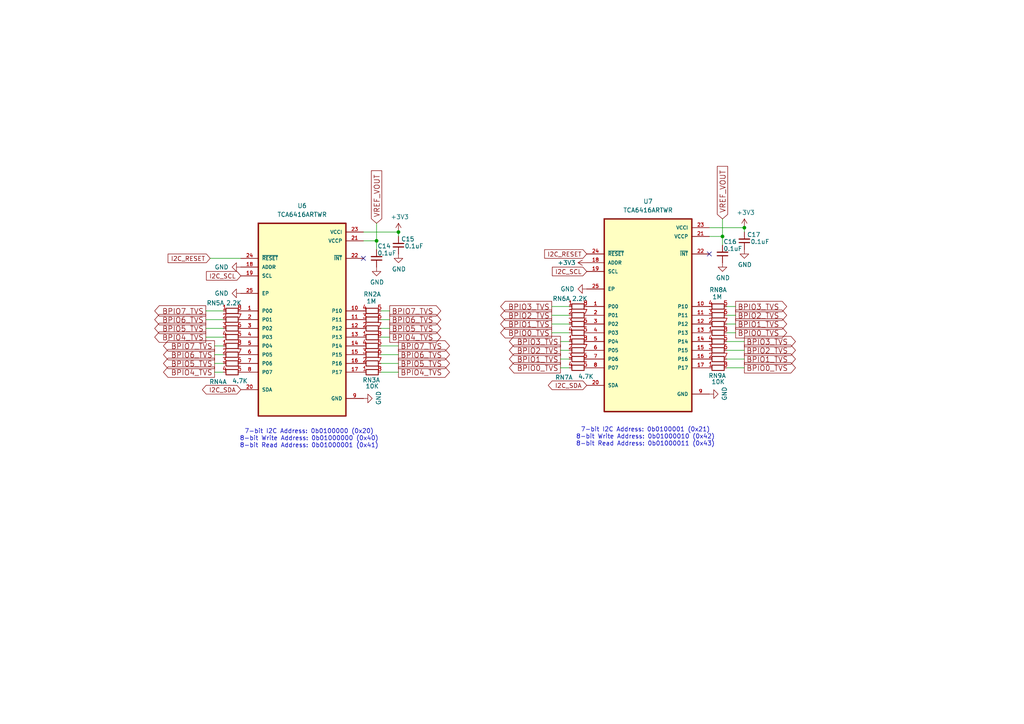
<source format=kicad_sch>
(kicad_sch (version 20231120) (generator "eeschema") (generator_version "8.0")
  (paper "A4")
  (lib_symbols
    (symbol "BusPirate-5-rev10-rescue:+3.3V-power" (power) (pin_names (offset 0))
      (property "Value" "+3.3V-power" (at 0 3.556 0))
      (symbol "+3.3V-power_0_1"
        (polyline (pts (xy -0.762 1.27) (xy 0 2.54)))
        (polyline (pts (xy 0 0) (xy 0 2.54)))
        (polyline (pts (xy 0 2.54) (xy 0.762 1.27)))
      )
      (symbol "+3.3V-power_1_1"
        (pin power_in line (at 0 0 90) (length 0) hide (name "+3V3") (number "1"))
      )
    )
    (symbol "Device:C_Small" (pin_numbers hide) (pin_names (offset 0.254) hide)
      (property "Reference" "C" (at 0.254 1.778 0))
      (property "Value" "C_Small" (at 0.254 -2.032 0))
      (symbol "C_Small_0_1"
        (polyline (pts (xy -1.524 -0.508) (xy 1.524 -0.508)) (stroke (width 0.3302)))
        (polyline (pts (xy -1.524 0.508) (xy 1.524 0.508)) (stroke (width 0.3048)))
      )
      (symbol "C_Small_1_1"
        (pin passive line (at 0 2.54 270) (length 2.032) (name "~") (number "1"))
        (pin passive line (at 0 -2.54 90) (length 2.032) (name "~") (number "2"))
      )
    )
    (symbol "TCA6416RTWT:TCA6416RTWT" (pin_names (offset 1.016))
      (property "Reference" "U" (at -12.7 28.94 0))
      (property "Value" "TCA6416RTWT" (at -12.7 -31.94 0))
      (symbol "TCA6416RTWT_0_0"
        (rectangle (start -12.7 -27.94) (end 12.7 27.94) (stroke (width 0.41)) (fill (type background)))
        (pin bidirectional line (at -17.78 2.54 0) (length 5.08) (name "P00") (number "1"))
        (pin bidirectional line (at 17.78 2.54 180) (length 5.08) (name "P10") (number "10"))
        (pin bidirectional line (at 17.78 0 180) (length 5.08) (name "P11") (number "11"))
        (pin bidirectional line (at 17.78 -2.54 180) (length 5.08) (name "P12") (number "12"))
        (pin bidirectional line (at 17.78 -5.08 180) (length 5.08) (name "P13") (number "13"))
        (pin bidirectional line (at 17.78 -7.62 180) (length 5.08) (name "P14") (number "14"))
        (pin bidirectional line (at 17.78 -10.16 180) (length 5.08) (name "P15") (number "15"))
        (pin bidirectional line (at 17.78 -12.7 180) (length 5.08) (name "P16") (number "16"))
        (pin bidirectional line (at 17.78 -15.24 180) (length 5.08) (name "P17") (number "17"))
        (pin input line (at -17.78 15.24 0) (length 5.08) (name "ADDR") (number "18"))
        (pin input line (at -17.78 12.7 0) (length 5.08) (name "SCL") (number "19"))
        (pin bidirectional line (at -17.78 0 0) (length 5.08) (name "P01") (number "2"))
        (pin bidirectional line (at -17.78 -20.32 0) (length 5.08) (name "SDA") (number "20"))
        (pin power_in line (at 17.78 22.86 180) (length 5.08) (name "VCCP") (number "21"))
        (pin output line (at 17.78 17.78 180) (length 5.08) (name "~{INT}") (number "22"))
        (pin power_in line (at 17.78 25.4 180) (length 5.08) (name "VCCI") (number "23"))
        (pin input line (at -17.78 17.78 0) (length 5.08) (name "~{RESET}") (number "24"))
        (pin bidirectional line (at -17.78 7.62 0) (length 5.08) (name "EP") (number "25"))
        (pin bidirectional line (at -17.78 -2.54 0) (length 5.08) (name "P02") (number "3"))
        (pin bidirectional line (at -17.78 -5.08 0) (length 5.08) (name "P03") (number "4"))
        (pin bidirectional line (at -17.78 -7.62 0) (length 5.08) (name "P04") (number "5"))
        (pin bidirectional line (at -17.78 -10.16 0) (length 5.08) (name "P05") (number "6"))
        (pin bidirectional line (at -17.78 -12.7 0) (length 5.08) (name "P06") (number "7"))
        (pin bidirectional line (at -17.78 -15.24 0) (length 5.08) (name "P07") (number "8"))
        (pin power_in line (at 17.78 -22.86 180) (length 5.08) (name "GND") (number "9"))
      )
    )
    (symbol "dp-rarray:R_Array" (pin_names (offset 0) hide)
      (property "Reference" "RN" (at 2.286 0.762 0))
      (property "Value" "R_Array" (at 4.572 -0.762 0))
      (symbol "R_Array_0_1"
        (rectangle (start 0.762 1.778) (end -0.762 -1.778) (stroke (width 0.254)))
      )
      (symbol "R_Array_1_1"
        (pin passive line (at 0 2.54 270) (length 0.762) (name "R1.1") (number "1"))
        (pin passive line (at 0 -2.54 90) (length 0.762) (name "R1.8") (number "8"))
      )
      (symbol "R_Array_2_1"
        (pin passive line (at 0 2.54 270) (length 0.762) (name "R1.1") (number "2"))
        (pin passive line (at 0 -2.54 90) (length 0.762) (name "R1.8") (number "7"))
      )
      (symbol "R_Array_3_1"
        (pin passive line (at 0 2.54 270) (length 0.762) (name "R1.1") (number "3"))
        (pin passive line (at 0 -2.54 90) (length 0.762) (name "R1.8") (number "6"))
      )
      (symbol "R_Array_4_1"
        (pin passive line (at 0 2.54 270) (length 0.762) (name "R1.1") (number "4"))
        (pin passive line (at 0 -2.54 90) (length 0.762) (name "R1.8") (number "5"))
      )
    )
    (symbol "power:GND" (power) (pin_names (offset 0))
      (property "Value" "GND" (at 0 -3.81 0))
      (symbol "GND_0_1"
        (polyline (pts (xy 0 0) (xy 0 -1.27) (xy 1.27 -1.27) (xy 0 -2.54) (xy -1.27 -1.27) (xy 0 -1.27)))
      )
      (symbol "GND_1_1"
        (pin power_in line (at 0 0 270) (length 0) hide (name "GND") (number "1"))
      )
    )
  )
  (junction (at 115.57 67.31))
  (junction (at 215.9 66.04))
  (junction (at 209.55 68.58))
  (junction (at 109.22 69.85))
  (no_connect (at 205.74 73.66))
  (no_connect (at 105.41 74.93))
  (wire (pts (xy 210.82 96.52) (xy 213.36 96.52)))
  (wire (pts (xy 110.49 90.17) (xy 113.03 90.17)))
  (wire (pts (xy 64.77 100.33) (xy 62.23 100.33)))
  (wire (pts (xy 165.1 106.68) (xy 162.56 106.68)))
  (wire (pts (xy 105.41 69.85) (xy 109.22 69.85)))
  (wire (pts (xy 64.77 107.95) (xy 62.23 107.95)))
  (wire (pts (xy 64.77 105.41) (xy 62.23 105.41)))
  (wire (pts (xy 205.74 66.04) (xy 215.9 66.04)))
  (wire (pts (xy 110.49 105.41) (xy 115.57 105.41)))
  (wire (pts (xy 109.22 69.85) (xy 109.22 72.39)))
  (wire (pts (xy 110.49 107.95) (xy 115.57 107.95)))
  (wire (pts (xy 110.49 97.79) (xy 113.03 97.79)))
  (wire (pts (xy 165.1 93.98) (xy 160.02 93.98)))
  (wire (pts (xy 64.77 90.17) (xy 59.69 90.17)))
  (wire (pts (xy 64.77 92.71) (xy 59.69 92.71)))
  (wire (pts (xy 109.22 64.77) (xy 109.22 69.85)))
  (wire (pts (xy 209.55 68.58) (xy 209.55 71.12)))
  (wire (pts (xy 105.41 67.31) (xy 115.57 67.31)))
  (wire (pts (xy 165.1 91.44) (xy 160.02 91.44)))
  (wire (pts (xy 165.1 96.52) (xy 160.02 96.52)))
  (wire (pts (xy 110.49 92.71) (xy 113.03 92.71)))
  (wire (pts (xy 64.77 102.87) (xy 62.23 102.87)))
  (wire (pts (xy 210.82 104.14) (xy 215.9 104.14)))
  (wire (pts (xy 115.57 67.31) (xy 115.57 68.58)))
  (wire (pts (xy 165.1 88.9) (xy 160.02 88.9)))
  (wire (pts (xy 210.82 88.9) (xy 213.36 88.9)))
  (wire (pts (xy 110.49 102.87) (xy 115.57 102.87)))
  (wire (pts (xy 205.74 68.58) (xy 209.55 68.58)))
  (wire (pts (xy 210.82 91.44) (xy 213.36 91.44)))
  (wire (pts (xy 210.82 99.06) (xy 215.9 99.06)))
  (wire (pts (xy 165.1 101.6) (xy 162.56 101.6)))
  (wire (pts (xy 165.1 104.14) (xy 162.56 104.14)))
  (wire (pts (xy 60.96 74.93) (xy 69.85 74.93)))
  (wire (pts (xy 64.77 95.25) (xy 59.69 95.25)))
  (wire (pts (xy 64.77 97.79) (xy 59.69 97.79)))
  (wire (pts (xy 215.9 66.04) (xy 215.9 67.31)))
  (wire (pts (xy 210.82 106.68) (xy 215.9 106.68)))
  (wire (pts (xy 209.55 63.5) (xy 209.55 68.58)))
  (wire (pts (xy 110.49 95.25) (xy 113.03 95.25)))
  (wire (pts (xy 165.1 99.06) (xy 162.56 99.06)))
  (wire (pts (xy 210.82 93.98) (xy 213.36 93.98)))
  (wire (pts (xy 210.82 101.6) (xy 215.9 101.6)))
  (wire (pts (xy 110.49 100.33) (xy 115.57 100.33)))
  (text "7-bit I2C Address: 0b0100000 (0x20)\n8-bit Write Address: 0b01000000 (0x40)\n8-bit Read Address: 0b01000001 (0x41)" (at 89.662 127.254 0) (effects (font (size 1.27 1.27))))
  (text "7-bit I2C Address: 0b0100001 (0x21)\n8-bit Write Address: 0b01000010 (0x42)\n8-bit Read Address: 0b01000011 (0x43)" (at 187.198 126.746 0) (effects (font (size 1.27 1.27))))
  (global_label "BPIO3_TVS" (shape output) (at 160.02 88.9 180) (effects (font (size 1.524 1.524))) (property "Intersheetrefs" "${INTERSHEET_REFS}" (effects (hide yes))))
  (global_label "BPIO7_TVS" (shape output) (at 62.23 100.33 180) (effects (font (size 1.524 1.524))) (property "Intersheetrefs" "${INTERSHEET_REFS}" (effects (hide yes))))
  (global_label "BPIO5_TVS" (shape output) (at 62.23 105.41 180) (effects (font (size 1.524 1.524))) (property "Intersheetrefs" "${INTERSHEET_REFS}" (effects (hide yes))))
  (global_label "BPIO5_TVS" (shape output) (at 113.03 95.25 0) (effects (font (size 1.524 1.524))) (property "Intersheetrefs" "${INTERSHEET_REFS}" (effects (hide yes))))
  (global_label "I2C_SCL" (shape input) (at 69.85 80.01 180) (property "Intersheetrefs" "${INTERSHEET_REFS}" (effects (hide yes))))
  (global_label "BPIO0_TVS" (shape output) (at 213.36 96.52 0) (effects (font (size 1.524 1.524))) (property "Intersheetrefs" "${INTERSHEET_REFS}" (effects (hide yes))))
  (global_label "BPIO0_TVS" (shape output) (at 162.56 106.68 180) (effects (font (size 1.524 1.524))) (property "Intersheetrefs" "${INTERSHEET_REFS}" (effects (hide yes))))
  (global_label "BPIO4_TVS" (shape output) (at 59.69 97.79 180) (effects (font (size 1.524 1.524))) (property "Intersheetrefs" "${INTERSHEET_REFS}" (effects (hide yes))))
  (global_label "I2C_RESET" (shape input) (at 60.96 74.93 180) (property "Intersheetrefs" "${INTERSHEET_REFS}" (effects (hide yes))))
  (global_label "BPIO4_TVS" (shape output) (at 115.57 107.95 0) (effects (font (size 1.524 1.524))) (property "Intersheetrefs" "${INTERSHEET_REFS}" (effects (hide yes))))
  (global_label "BPIO6_TVS" (shape output) (at 62.23 102.87 180) (effects (font (size 1.524 1.524))) (property "Intersheetrefs" "${INTERSHEET_REFS}" (effects (hide yes))))
  (global_label "BPIO5_TVS" (shape output) (at 59.69 95.25 180) (effects (font (size 1.524 1.524))) (property "Intersheetrefs" "${INTERSHEET_REFS}" (effects (hide yes))))
  (global_label "BPIO6_TVS" (shape output) (at 113.03 92.71 0) (effects (font (size 1.524 1.524))) (property "Intersheetrefs" "${INTERSHEET_REFS}" (effects (hide yes))))
  (global_label "BPIO3_TVS" (shape output) (at 215.9 99.06 0) (effects (font (size 1.524 1.524))) (property "Intersheetrefs" "${INTERSHEET_REFS}" (effects (hide yes))))
  (global_label "BPIO1_TVS" (shape output) (at 215.9 104.14 0) (effects (font (size 1.524 1.524))) (property "Intersheetrefs" "${INTERSHEET_REFS}" (effects (hide yes))))
  (global_label "I2C_SDA" (shape bidirectional) (at 69.85 113.03 180) (property "Intersheetrefs" "${INTERSHEET_REFS}" (effects (hide yes))))
  (global_label "BPIO7_TVS" (shape output) (at 113.03 90.17 0) (effects (font (size 1.524 1.524))) (property "Intersheetrefs" "${INTERSHEET_REFS}" (effects (hide yes))))
  (global_label "VREF_VOUT" (shape input) (at 109.22 64.77 90) (effects (font (size 1.524 1.524))) (property "Intersheetrefs" "${INTERSHEET_REFS}" (effects (hide yes))))
  (global_label "BPIO7_TVS" (shape output) (at 115.57 100.33 0) (effects (font (size 1.524 1.524))) (property "Intersheetrefs" "${INTERSHEET_REFS}" (effects (hide yes))))
  (global_label "I2C_RESET" (shape input) (at 170.18 73.66 180) (property "Intersheetrefs" "${INTERSHEET_REFS}" (effects (hide yes))))
  (global_label "BPIO0_TVS" (shape output) (at 160.02 96.52 180) (effects (font (size 1.524 1.524))) (property "Intersheetrefs" "${INTERSHEET_REFS}" (effects (hide yes))))
  (global_label "BPIO1_TVS" (shape output) (at 213.36 93.98 0) (effects (font (size 1.524 1.524))) (property "Intersheetrefs" "${INTERSHEET_REFS}" (effects (hide yes))))
  (global_label "BPIO1_TVS" (shape output) (at 162.56 104.14 180) (effects (font (size 1.524 1.524))) (property "Intersheetrefs" "${INTERSHEET_REFS}" (effects (hide yes))))
  (global_label "BPIO4_TVS" (shape output) (at 62.23 107.95 180) (effects (font (size 1.524 1.524))) (property "Intersheetrefs" "${INTERSHEET_REFS}" (effects (hide yes))))
  (global_label "BPIO2_TVS" (shape output) (at 213.36 91.44 0) (effects (font (size 1.524 1.524))) (property "Intersheetrefs" "${INTERSHEET_REFS}" (effects (hide yes))))
  (global_label "BPIO3_TVS" (shape output) (at 213.36 88.9 0) (effects (font (size 1.524 1.524))) (property "Intersheetrefs" "${INTERSHEET_REFS}" (effects (hide yes))))
  (global_label "BPIO2_TVS" (shape output) (at 160.02 91.44 180) (effects (font (size 1.524 1.524))) (property "Intersheetrefs" "${INTERSHEET_REFS}" (effects (hide yes))))
  (global_label "BPIO0_TVS" (shape output) (at 215.9 106.68 0) (effects (font (size 1.524 1.524))) (property "Intersheetrefs" "${INTERSHEET_REFS}" (effects (hide yes))))
  (global_label "BPIO7_TVS" (shape output) (at 59.69 90.17 180) (effects (font (size 1.524 1.524))) (property "Intersheetrefs" "${INTERSHEET_REFS}" (effects (hide yes))))
  (global_label "BPIO3_TVS" (shape output) (at 162.56 99.06 180) (effects (font (size 1.524 1.524))) (property "Intersheetrefs" "${INTERSHEET_REFS}" (effects (hide yes))))
  (global_label "BPIO5_TVS" (shape output) (at 115.57 105.41 0) (effects (font (size 1.524 1.524))) (property "Intersheetrefs" "${INTERSHEET_REFS}" (effects (hide yes))))
  (global_label "I2C_SCL" (shape input) (at 170.18 78.74 180) (property "Intersheetrefs" "${INTERSHEET_REFS}" (effects (hide yes))))
  (global_label "BPIO6_TVS" (shape output) (at 59.69 92.71 180) (effects (font (size 1.524 1.524))) (property "Intersheetrefs" "${INTERSHEET_REFS}" (effects (hide yes))))
  (global_label "I2C_SDA" (shape bidirectional) (at 170.18 111.76 180) (property "Intersheetrefs" "${INTERSHEET_REFS}" (effects (hide yes))))
  (global_label "VREF_VOUT" (shape input) (at 209.55 63.5 90) (effects (font (size 1.524 1.524))) (property "Intersheetrefs" "${INTERSHEET_REFS}" (effects (hide yes))))
  (global_label "BPIO4_TVS" (shape output) (at 113.03 97.79 0) (effects (font (size 1.524 1.524))) (property "Intersheetrefs" "${INTERSHEET_REFS}" (effects (hide yes))))
  (global_label "BPIO2_TVS" (shape output) (at 215.9 101.6 0) (effects (font (size 1.524 1.524))) (property "Intersheetrefs" "${INTERSHEET_REFS}" (effects (hide yes))))
  (global_label "BPIO2_TVS" (shape output) (at 162.56 101.6 180) (effects (font (size 1.524 1.524))) (property "Intersheetrefs" "${INTERSHEET_REFS}" (effects (hide yes))))
  (global_label "BPIO1_TVS" (shape output) (at 160.02 93.98 180) (effects (font (size 1.524 1.524))) (property "Intersheetrefs" "${INTERSHEET_REFS}" (effects (hide yes))))
  (global_label "BPIO6_TVS" (shape output) (at 115.57 102.87 0) (effects (font (size 1.524 1.524))) (property "Intersheetrefs" "${INTERSHEET_REFS}" (effects (hide yes))))
  (symbol (lib_id "dp-rarray:R_Array") (at 67.31 95.25 90) (unit 3)
    (property "Reference" "RN5" (effects (hide yes)))
    (property "Value" "2.2K" (effects (hide yes)))
    (property "Footprint" "Resistor_SMD:R_Array_Convex_4x0402" (effects (hide yes)))
    (property "Datasheet" "http://www.vishay.com/docs/31509/csc.pdf" (effects (hide yes)))
    (property "RMB" "0.034572" (effects (hide yes)))
    (property "Supplier" "https://item.szlcsc.com/45893.html" (effects (hide yes)))
  )
  (symbol (lib_id "dp-rarray:R_Array") (at 167.64 99.06 90) (unit 1)
    (property "Reference" "RN7" (at 163.576 109.474 90))
    (property "Value" "4.7K" (effects (hide yes)))
    (property "Footprint" "Resistor_SMD:R_Array_Convex_4x0402" (effects (hide yes)))
    (property "Datasheet" "http://www.vishay.com/docs/31509/csc.pdf" (effects (hide yes)))
    (property "RMB" "0.034572" (effects (hide yes)))
    (property "Supplier" "https://item.szlcsc.com/45893.html" (effects (hide yes)))
  )
  (symbol (lib_id "dp-rarray:R_Array") (at 107.95 95.25 90) (mirror x) (unit 2)
    (property "Reference" "RN2" (effects (hide yes)))
    (property "Value" "1M" (effects (hide yes)))
    (property "Footprint" "Resistor_SMD:R_Array_Convex_4x0402" (effects (hide yes)))
    (property "Datasheet" "http://www.vishay.com/docs/31509/csc.pdf" (effects (hide yes)))
    (property "RMB" "0.034572" (effects (hide yes)))
    (property "Supplier" "https://item.szlcsc.com/45893.html" (effects (hide yes)))
  )
  (symbol (lib_id "power:GND") (at 69.85 77.47 270) (unit 1)
    (property "Reference" "#PWR057" (effects (hide yes)))
    (property "Value" "GND" (at 64.262 77.47 90))
  )
  (symbol (lib_id "dp-rarray:R_Array") (at 107.95 102.87 90) (mirror x) (unit 3)
    (property "Reference" "RN3" (effects (hide yes)))
    (property "Value" "10K" (effects (hide yes)))
    (property "Footprint" "Resistor_SMD:R_Array_Convex_4x0402" (effects (hide yes)))
    (property "Datasheet" "http://www.vishay.com/docs/31509/csc.pdf" (effects (hide yes)))
    (property "RMB" "0.034572" (effects (hide yes)))
    (property "Supplier" "https://item.szlcsc.com/45893.html" (effects (hide yes)))
  )
  (symbol (lib_id "dp-rarray:R_Array") (at 208.28 91.44 90) (mirror x) (unit 3)
    (property "Reference" "RN8" (effects (hide yes)))
    (property "Value" "1M" (effects (hide yes)))
    (property "Footprint" "Resistor_SMD:R_Array_Convex_4x0402" (effects (hide yes)))
    (property "Datasheet" "http://www.vishay.com/docs/31509/csc.pdf" (effects (hide yes)))
    (property "RMB" "0.034572" (effects (hide yes)))
    (property "Supplier" "https://item.szlcsc.com/45893.html" (effects (hide yes)))
  )
  (symbol (lib_id "TCA6416RTWT:TCA6416RTWT") (at 87.63 92.71 0) (unit 1)
    (property "Reference" "U6" (at 87.63 59.69 0))
    (property "Value" "TCA6416ARTWR" (at 87.63 62.23 0))
    (property "Footprint" "Package_DFN_QFN:QFN-24-1EP_4x4mm_P0.5mm_EP2.75x2.75mm" (effects (hide yes)))
    (property "Description" "Low-voltage 16-bit I2C & SMBus I/O expander with interrupt output, reset & config registers 24-WQFN -40 to 85" (effects (hide yes)))
    (property "MF" "Texas Instruments" (effects (hide yes)))
    (property "Package" "WQFN-24 Texas Instruments" (effects (hide yes)))
    (property "Price" "None" (effects (hide yes)))
    (property "SnapEDA_Link" "https://www.snapeda.com/parts/TCA6416RTWT/Texas+Instruments/view-part/?ref=snap" (effects (hide yes)))
    (property "MP" "TCA6416RTWT" (effects (hide yes)))
    (property "Availability" "In Stock" (effects (hide yes)))
    (property "Check_prices" "https://www.snapeda.com/parts/TCA6416RTWT/Texas+Instruments/view-part/?ref=eda" (effects (hide yes)))
  )
  (symbol (lib_id "dp-rarray:R_Array") (at 67.31 102.87 90) (unit 2)
    (property "Reference" "RN4" (effects (hide yes)))
    (property "Value" "4.7K" (effects (hide yes)))
    (property "Footprint" "Resistor_SMD:R_Array_Convex_4x0402" (effects (hide yes)))
    (property "Datasheet" "http://www.vishay.com/docs/31509/csc.pdf" (effects (hide yes)))
    (property "RMB" "0.034572" (effects (hide yes)))
    (property "Supplier" "https://item.szlcsc.com/45893.html" (effects (hide yes)))
  )
  (symbol (lib_id "power:GND") (at 69.85 85.09 270) (unit 1)
    (property "Reference" "#PWR0150" (effects (hide yes)))
    (property "Value" "GND" (at 64.262 85.09 90))
  )
  (symbol (lib_id "power:GND") (at 215.9 72.39 0) (unit 1)
    (property "Reference" "#PWR062" (effects (hide yes)))
    (property "Value" "GND" (at 216.027 76.7842 0))
  )
  (symbol (lib_id "power:GND") (at 105.41 115.57 90) (unit 1)
    (property "Reference" "#PWR056" (effects (hide yes)))
    (property "Value" "GND" (at 109.8042 115.443 0))
  )
  (symbol (lib_id "dp-rarray:R_Array") (at 107.95 90.17 90) (mirror x) (unit 4)
    (property "Reference" "RN2" (effects (hide yes)))
    (property "Value" "1M" (at 107.696 87.376 90))
    (property "Footprint" "Resistor_SMD:R_Array_Convex_4x0402" (effects (hide yes)))
    (property "Datasheet" "http://www.vishay.com/docs/31509/csc.pdf" (effects (hide yes)))
    (property "RMB" "0.034572" (effects (hide yes)))
    (property "Supplier" "https://item.szlcsc.com/45893.html" (effects (hide yes)))
  )
  (symbol (lib_id "power:GND") (at 205.74 114.3 90) (unit 1)
    (property "Reference" "#PWR059" (effects (hide yes)))
    (property "Value" "GND" (at 210.1342 114.173 0))
  )
  (symbol (lib_id "dp-rarray:R_Array") (at 167.64 104.14 90) (unit 3)
    (property "Reference" "RN7" (effects (hide yes)))
    (property "Value" "4.7K" (effects (hide yes)))
    (property "Footprint" "Resistor_SMD:R_Array_Convex_4x0402" (effects (hide yes)))
    (property "Datasheet" "http://www.vishay.com/docs/31509/csc.pdf" (effects (hide yes)))
    (property "RMB" "0.034572" (effects (hide yes)))
    (property "Supplier" "https://item.szlcsc.com/45893.html" (effects (hide yes)))
  )
  (symbol (lib_id "Device:C_Small") (at 215.9 69.85 180) (unit 1)
    (property "Reference" "C17" (at 216.662 68.072 0) (effects (justify right)))
    (property "Value" "0.1uF" (at 217.678 70.104 0) (effects (justify right)))
    (property "Footprint" "Capacitor_SMD:C_0402_1005Metric" (effects (hide yes)))
  )
  (symbol (lib_id "BusPirate-5-rev10-rescue:+3.3V-power") (at 170.18 76.2 90) (unit 1)
    (property "Reference" "#PWR058" (effects (hide yes)))
    (property "Value" "+3V3" (at 164.338 76.2 90))
  )
  (symbol (lib_id "BusPirate-5-rev10-rescue:+3.3V-power") (at 215.9 66.04 0) (unit 1)
    (property "Reference" "#PWR061" (effects (hide yes)))
    (property "Value" "+3V3" (at 216.281 61.6458 0))
  )
  (symbol (lib_id "dp-rarray:R_Array") (at 67.31 97.79 90) (unit 4)
    (property "Reference" "RN5" (effects (hide yes)))
    (property "Value" "2.2K" (effects (hide yes)))
    (property "Footprint" "Resistor_SMD:R_Array_Convex_4x0402" (effects (hide yes)))
    (property "Datasheet" "http://www.vishay.com/docs/31509/csc.pdf" (effects (hide yes)))
    (property "RMB" "0.034572" (effects (hide yes)))
    (property "Supplier" "https://item.szlcsc.com/45893.html" (effects (hide yes)))
  )
  (symbol (lib_id "dp-rarray:R_Array") (at 67.31 92.71 90) (unit 2)
    (property "Reference" "RN5" (effects (hide yes)))
    (property "Value" "2.2K" (effects (hide yes)))
    (property "Footprint" "Resistor_SMD:R_Array_Convex_4x0402" (effects (hide yes)))
    (property "Datasheet" "http://www.vishay.com/docs/31509/csc.pdf" (effects (hide yes)))
    (property "RMB" "0.034572" (effects (hide yes)))
    (property "Supplier" "https://item.szlcsc.com/45893.html" (effects (hide yes)))
  )
  (symbol (lib_id "dp-rarray:R_Array") (at 107.95 92.71 90) (mirror x) (unit 3)
    (property "Reference" "RN2" (effects (hide yes)))
    (property "Value" "1M" (effects (hide yes)))
    (property "Footprint" "Resistor_SMD:R_Array_Convex_4x0402" (effects (hide yes)))
    (property "Datasheet" "http://www.vishay.com/docs/31509/csc.pdf" (effects (hide yes)))
    (property "RMB" "0.034572" (effects (hide yes)))
    (property "Supplier" "https://item.szlcsc.com/45893.html" (effects (hide yes)))
  )
  (symbol (lib_id "dp-rarray:R_Array") (at 167.64 91.44 90) (unit 2)
    (property "Reference" "RN6" (effects (hide yes)))
    (property "Value" "2.2K" (effects (hide yes)))
    (property "Footprint" "Resistor_SMD:R_Array_Convex_4x0402" (effects (hide yes)))
    (property "Datasheet" "http://www.vishay.com/docs/31509/csc.pdf" (effects (hide yes)))
    (property "RMB" "0.034572" (effects (hide yes)))
    (property "Supplier" "https://item.szlcsc.com/45893.html" (effects (hide yes)))
  )
  (symbol (lib_id "dp-rarray:R_Array") (at 208.28 104.14 90) (mirror x) (unit 2)
    (property "Reference" "RN9" (effects (hide yes)))
    (property "Value" "10K" (effects (hide yes)))
    (property "Footprint" "Resistor_SMD:R_Array_Convex_4x0402" (effects (hide yes)))
    (property "Datasheet" "http://www.vishay.com/docs/31509/csc.pdf" (effects (hide yes)))
    (property "RMB" "0.034572" (effects (hide yes)))
    (property "Supplier" "https://item.szlcsc.com/45893.html" (effects (hide yes)))
  )
  (symbol (lib_id "dp-rarray:R_Array") (at 67.31 105.41 90) (unit 3)
    (property "Reference" "RN4" (effects (hide yes)))
    (property "Value" "4.7K" (effects (hide yes)))
    (property "Footprint" "Resistor_SMD:R_Array_Convex_4x0402" (effects (hide yes)))
    (property "Datasheet" "http://www.vishay.com/docs/31509/csc.pdf" (effects (hide yes)))
    (property "RMB" "0.034572" (effects (hide yes)))
    (property "Supplier" "https://item.szlcsc.com/45893.html" (effects (hide yes)))
  )
  (symbol (lib_id "power:GND") (at 115.57 73.66 0) (unit 1)
    (property "Reference" "#PWR054" (effects (hide yes)))
    (property "Value" "GND" (at 115.697 78.0542 0))
  )
  (symbol (lib_id "dp-rarray:R_Array") (at 208.28 99.06 90) (mirror x) (unit 4)
    (property "Reference" "RN9" (effects (hide yes)))
    (property "Value" "10K" (effects (hide yes)))
    (property "Footprint" "Resistor_SMD:R_Array_Convex_4x0402" (effects (hide yes)))
    (property "Datasheet" "http://www.vishay.com/docs/31509/csc.pdf" (effects (hide yes)))
    (property "RMB" "0.034572" (effects (hide yes)))
    (property "Supplier" "https://item.szlcsc.com/45893.html" (effects (hide yes)))
  )
  (symbol (lib_id "dp-rarray:R_Array") (at 107.95 107.95 90) (mirror x) (unit 1)
    (property "Reference" "RN3" (at 107.696 110.236 90))
    (property "Value" "10K" (at 107.95 112.014 90))
    (property "Footprint" "Resistor_SMD:R_Array_Convex_4x0402" (effects (hide yes)))
    (property "Datasheet" "http://www.vishay.com/docs/31509/csc.pdf" (effects (hide yes)))
    (property "RMB" "0.034572" (effects (hide yes)))
    (property "Supplier" "https://item.szlcsc.com/45893.html" (effects (hide yes)))
  )
  (symbol (lib_id "dp-rarray:R_Array") (at 107.95 100.33 90) (mirror x) (unit 4)
    (property "Reference" "RN3" (effects (hide yes)))
    (property "Value" "10K" (effects (hide yes)))
    (property "Footprint" "Resistor_SMD:R_Array_Convex_4x0402" (effects (hide yes)))
    (property "Datasheet" "http://www.vishay.com/docs/31509/csc.pdf" (effects (hide yes)))
    (property "RMB" "0.034572" (effects (hide yes)))
    (property "Supplier" "https://item.szlcsc.com/45893.html" (effects (hide yes)))
  )
  (symbol (lib_id "dp-rarray:R_Array") (at 208.28 93.98 90) (mirror x) (unit 2)
    (property "Reference" "RN8" (effects (hide yes)))
    (property "Value" "1M" (effects (hide yes)))
    (property "Footprint" "Resistor_SMD:R_Array_Convex_4x0402" (effects (hide yes)))
    (property "Datasheet" "http://www.vishay.com/docs/31509/csc.pdf" (effects (hide yes)))
    (property "RMB" "0.034572" (effects (hide yes)))
    (property "Supplier" "https://item.szlcsc.com/45893.html" (effects (hide yes)))
  )
  (symbol (lib_id "dp-rarray:R_Array") (at 107.95 105.41 90) (mirror x) (unit 2)
    (property "Reference" "RN3" (effects (hide yes)))
    (property "Value" "10K" (effects (hide yes)))
    (property "Footprint" "Resistor_SMD:R_Array_Convex_4x0402" (effects (hide yes)))
    (property "Datasheet" "http://www.vishay.com/docs/31509/csc.pdf" (effects (hide yes)))
    (property "RMB" "0.034572" (effects (hide yes)))
    (property "Supplier" "https://item.szlcsc.com/45893.html" (effects (hide yes)))
  )
  (symbol (lib_id "dp-rarray:R_Array") (at 208.28 88.9 90) (mirror x) (unit 4)
    (property "Reference" "RN8" (effects (hide yes)))
    (property "Value" "1M" (at 208.026 86.106 90))
    (property "Footprint" "Resistor_SMD:R_Array_Convex_4x0402" (effects (hide yes)))
    (property "Datasheet" "http://www.vishay.com/docs/31509/csc.pdf" (effects (hide yes)))
    (property "RMB" "0.034572" (effects (hide yes)))
    (property "Supplier" "https://item.szlcsc.com/45893.html" (effects (hide yes)))
  )
  (symbol (lib_id "dp-rarray:R_Array") (at 167.64 96.52 90) (unit 4)
    (property "Reference" "RN6" (effects (hide yes)))
    (property "Value" "2.2K" (effects (hide yes)))
    (property "Footprint" "Resistor_SMD:R_Array_Convex_4x0402" (effects (hide yes)))
    (property "Datasheet" "http://www.vishay.com/docs/31509/csc.pdf" (effects (hide yes)))
    (property "RMB" "0.034572" (effects (hide yes)))
    (property "Supplier" "https://item.szlcsc.com/45893.html" (effects (hide yes)))
  )
  (symbol (lib_id "BusPirate-5-rev10-rescue:+3.3V-power") (at 115.57 67.31 0) (unit 1)
    (property "Reference" "#PWR055" (effects (hide yes)))
    (property "Value" "+3V3" (at 115.951 62.9158 0))
  )
  (symbol (lib_id "dp-rarray:R_Array") (at 167.64 106.68 90) (unit 4)
    (property "Reference" "RN7" (effects (hide yes)))
    (property "Value" "4.7K" (at 169.926 109.22 90))
    (property "Footprint" "Resistor_SMD:R_Array_Convex_4x0402" (effects (hide yes)))
    (property "Datasheet" "http://www.vishay.com/docs/31509/csc.pdf" (effects (hide yes)))
    (property "RMB" "0.034572" (effects (hide yes)))
    (property "Supplier" "https://item.szlcsc.com/45893.html" (effects (hide yes)))
  )
  (symbol (lib_id "dp-rarray:R_Array") (at 67.31 100.33 90) (unit 1)
    (property "Reference" "RN4" (at 63.246 110.744 90))
    (property "Value" "4.7K" (effects (hide yes)))
    (property "Footprint" "Resistor_SMD:R_Array_Convex_4x0402" (effects (hide yes)))
    (property "Datasheet" "http://www.vishay.com/docs/31509/csc.pdf" (effects (hide yes)))
    (property "RMB" "0.034572" (effects (hide yes)))
    (property "Supplier" "https://item.szlcsc.com/45893.html" (effects (hide yes)))
  )
  (symbol (lib_id "dp-rarray:R_Array") (at 208.28 101.6 90) (mirror x) (unit 3)
    (property "Reference" "RN9" (effects (hide yes)))
    (property "Value" "10K" (effects (hide yes)))
    (property "Footprint" "Resistor_SMD:R_Array_Convex_4x0402" (effects (hide yes)))
    (property "Datasheet" "http://www.vishay.com/docs/31509/csc.pdf" (effects (hide yes)))
    (property "RMB" "0.034572" (effects (hide yes)))
    (property "Supplier" "https://item.szlcsc.com/45893.html" (effects (hide yes)))
  )
  (symbol (lib_id "dp-rarray:R_Array") (at 167.64 93.98 90) (unit 3)
    (property "Reference" "RN6" (effects (hide yes)))
    (property "Value" "2.2K" (effects (hide yes)))
    (property "Footprint" "Resistor_SMD:R_Array_Convex_4x0402" (effects (hide yes)))
    (property "Datasheet" "http://www.vishay.com/docs/31509/csc.pdf" (effects (hide yes)))
    (property "RMB" "0.034572" (effects (hide yes)))
    (property "Supplier" "https://item.szlcsc.com/45893.html" (effects (hide yes)))
  )
  (symbol (lib_id "dp-rarray:R_Array") (at 208.28 106.68 90) (mirror x) (unit 1)
    (property "Reference" "RN9" (at 208.026 108.966 90))
    (property "Value" "10K" (at 208.28 110.744 90))
    (property "Footprint" "Resistor_SMD:R_Array_Convex_4x0402" (effects (hide yes)))
    (property "Datasheet" "http://www.vishay.com/docs/31509/csc.pdf" (effects (hide yes)))
    (property "RMB" "0.034572" (effects (hide yes)))
    (property "Supplier" "https://item.szlcsc.com/45893.html" (effects (hide yes)))
  )
  (symbol (lib_id "dp-rarray:R_Array") (at 167.64 88.9 90) (unit 1)
    (property "Reference" "RN6" (at 162.814 86.614 90))
    (property "Value" "2.2K" (at 168.148 86.614 90))
    (property "Footprint" "Resistor_SMD:R_Array_Convex_4x0402" (effects (hide yes)))
    (property "Datasheet" "http://www.vishay.com/docs/31509/csc.pdf" (effects (hide yes)))
    (property "RMB" "0.034572" (effects (hide yes)))
    (property "Supplier" "https://item.szlcsc.com/45893.html" (effects (hide yes)))
  )
  (symbol (lib_id "power:GND") (at 109.22 77.47 0) (unit 1)
    (property "Reference" "#PWR044" (effects (hide yes)))
    (property "Value" "GND" (at 109.347 81.8642 0))
  )
  (symbol (lib_id "dp-rarray:R_Array") (at 208.28 96.52 90) (mirror x) (unit 1)
    (property "Reference" "RN8" (at 208.28 84.074 90))
    (property "Value" "1M" (effects (hide yes)))
    (property "Footprint" "Resistor_SMD:R_Array_Convex_4x0402" (effects (hide yes)))
    (property "Datasheet" "http://www.vishay.com/docs/31509/csc.pdf" (effects (hide yes)))
    (property "RMB" "0.034572" (effects (hide yes)))
    (property "Supplier" "https://item.szlcsc.com/45893.html" (effects (hide yes)))
  )
  (symbol (lib_id "TCA6416RTWT:TCA6416RTWT") (at 187.96 91.44 0) (unit 1)
    (property "Reference" "U7" (at 187.96 58.42 0))
    (property "Value" "TCA6416ARTWR" (at 187.96 60.96 0))
    (property "Footprint" "Package_DFN_QFN:QFN-24-1EP_4x4mm_P0.5mm_EP2.75x2.75mm" (effects (hide yes)))
    (property "Description" "Low-voltage 16-bit I2C & SMBus I/O expander with interrupt output, reset & config registers 24-WQFN -40 to 85" (effects (hide yes)))
    (property "MF" "Texas Instruments" (effects (hide yes)))
    (property "Package" "WQFN-24 Texas Instruments" (effects (hide yes)))
    (property "Price" "None" (effects (hide yes)))
    (property "SnapEDA_Link" "https://www.snapeda.com/parts/TCA6416RTWT/Texas+Instruments/view-part/?ref=snap" (effects (hide yes)))
    (property "MP" "TCA6416RTWT" (effects (hide yes)))
    (property "Availability" "In Stock" (effects (hide yes)))
    (property "Check_prices" "https://www.snapeda.com/parts/TCA6416RTWT/Texas+Instruments/view-part/?ref=eda" (effects (hide yes)))
  )
  (symbol (lib_id "dp-rarray:R_Array") (at 107.95 97.79 90) (mirror x) (unit 1)
    (property "Reference" "RN2" (at 107.95 85.344 90))
    (property "Value" "1M" (effects (hide yes)))
    (property "Footprint" "Resistor_SMD:R_Array_Convex_4x0402" (effects (hide yes)))
    (property "Datasheet" "http://www.vishay.com/docs/31509/csc.pdf" (effects (hide yes)))
    (property "RMB" "0.034572" (effects (hide yes)))
    (property "Supplier" "https://item.szlcsc.com/45893.html" (effects (hide yes)))
  )
  (symbol (lib_id "dp-rarray:R_Array") (at 167.64 101.6 90) (unit 2)
    (property "Reference" "RN7" (effects (hide yes)))
    (property "Value" "4.7K" (effects (hide yes)))
    (property "Footprint" "Resistor_SMD:R_Array_Convex_4x0402" (effects (hide yes)))
    (property "Datasheet" "http://www.vishay.com/docs/31509/csc.pdf" (effects (hide yes)))
    (property "RMB" "0.034572" (effects (hide yes)))
    (property "Supplier" "https://item.szlcsc.com/45893.html" (effects (hide yes)))
  )
  (symbol (lib_id "dp-rarray:R_Array") (at 67.31 107.95 90) (unit 4)
    (property "Reference" "RN4" (effects (hide yes)))
    (property "Value" "4.7K" (at 69.596 110.49 90))
    (property "Footprint" "Resistor_SMD:R_Array_Convex_4x0402" (effects (hide yes)))
    (property "Datasheet" "http://www.vishay.com/docs/31509/csc.pdf" (effects (hide yes)))
    (property "RMB" "0.034572" (effects (hide yes)))
    (property "Supplier" "https://item.szlcsc.com/45893.html" (effects (hide yes)))
  )
  (symbol (lib_id "Device:C_Small") (at 109.22 74.93 180) (unit 1)
    (property "Reference" "C14" (at 109.474 71.374 0) (effects (justify right)))
    (property "Value" "0.1uF" (at 109.474 73.406 0) (effects (justify right)))
    (property "Footprint" "Capacitor_SMD:C_0402_1005Metric" (effects (hide yes)))
  )
  (symbol (lib_id "power:GND") (at 209.55 76.2 0) (unit 1)
    (property "Reference" "#PWR060" (effects (hide yes)))
    (property "Value" "GND" (at 209.677 80.5942 0))
  )
  (symbol (lib_id "Device:C_Small") (at 209.55 73.66 180) (unit 1)
    (property "Reference" "C16" (at 209.804 70.104 0) (effects (justify right)))
    (property "Value" "0.1uF" (at 209.804 72.136 0) (effects (justify right)))
    (property "Footprint" "Capacitor_SMD:C_0402_1005Metric" (effects (hide yes)))
  )
  (symbol (lib_id "Device:C_Small") (at 115.57 71.12 180) (unit 1)
    (property "Reference" "C15" (at 116.332 69.342 0) (effects (justify right)))
    (property "Value" "0.1uF" (at 117.348 71.374 0) (effects (justify right)))
    (property "Footprint" "Capacitor_SMD:C_0402_1005Metric" (effects (hide yes)))
  )
  (symbol (lib_id "dp-rarray:R_Array") (at 67.31 90.17 90) (unit 1)
    (property "Reference" "RN5" (at 62.484 87.884 90))
    (property "Value" "2.2K" (at 67.818 87.884 90))
    (property "Footprint" "Resistor_SMD:R_Array_Convex_4x0402" (effects (hide yes)))
    (property "Datasheet" "http://www.vishay.com/docs/31509/csc.pdf" (effects (hide yes)))
    (property "RMB" "0.034572" (effects (hide yes)))
    (property "Supplier" "https://item.szlcsc.com/45893.html" (effects (hide yes)))
  )
  (symbol (lib_id "power:GND") (at 170.18 83.82 270) (unit 1)
    (property "Reference" "#PWR0151" (effects (hide yes)))
    (property "Value" "GND" (at 164.592 83.82 90))
  )
)
</source>
